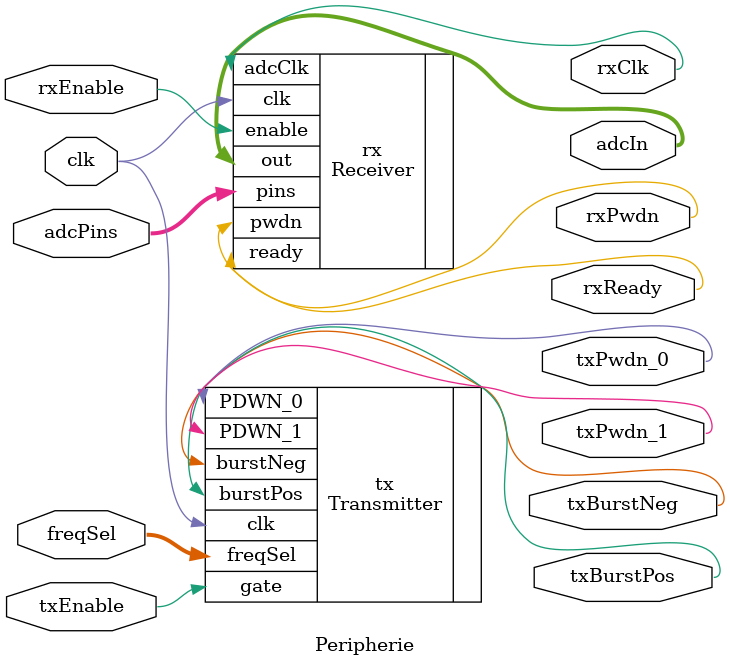
<source format=v>
`define adcWidth 14
module Peripherie
   (input wire clk, txEnable, rxEnable,
	input wire[1:0] freqSel,
	input wire [`adcWidth-1:0] adcPins,
	output wire txBurstPos, txBurstNeg, txPwdn_0, txPwdn_1, rxClk, rxPwdn, rxReady,
	output wire[`adcWidth-1:0] adcIn);

/* --- TESTED --- */
	Transmitter 	tx(.burstNeg(txBurstNeg), .burstPos(txBurstPos), .clk(clk), .freqSel(freqSel),
									.gate(txEnable), .PDWN_0(txPwdn_0), .PDWN_1(txPwdn_1));
	
/* --- TESTED --- */
	Receiver #(.Divbit(3), .ADCdelay(7), .ADCbits(`adcWidth), .StartAt(1'b1))
					rx (.clk(clk), .enable(rxEnable), .pins(adcPins), .adcClk(rxClk), 
							.ready(rxReady), .pwdn(rxPwdn), .out(adcIn));
	
endmodule

</source>
